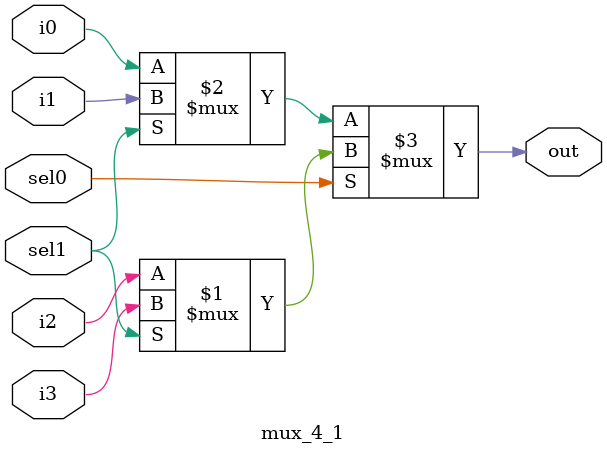
<source format=v>
module mux_4_1(
input sel0,sel1,i0,i1,i2,i3,
output out);
assign out=sel0?(sel1?i3:i2):(sel1?i1:i0);
endmodule

</source>
